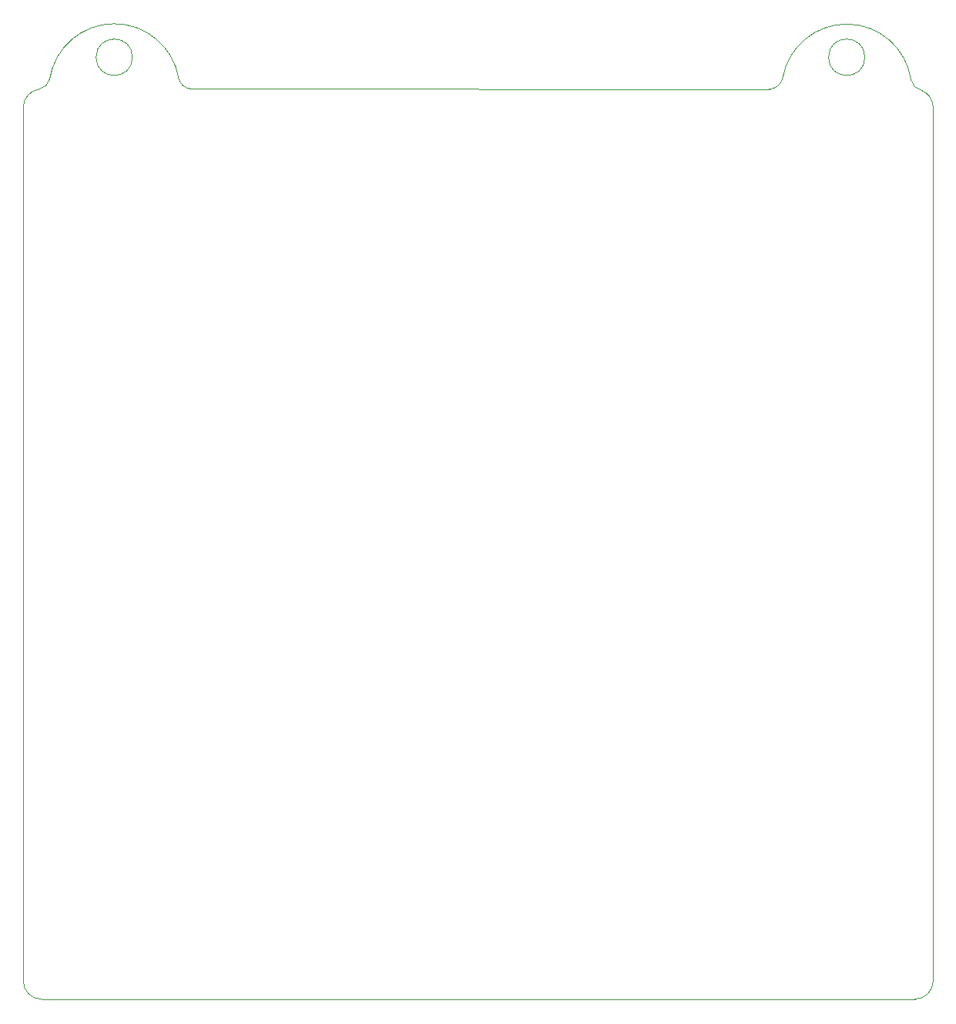
<source format=gbr>
%TF.GenerationSoftware,KiCad,Pcbnew,8.0.3*%
%TF.CreationDate,2024-07-01T01:23:48-06:00*%
%TF.ProjectId,dc32,64633332-2e6b-4696-9361-645f70636258,1.0*%
%TF.SameCoordinates,PX7bb10a0PY836a940*%
%TF.FileFunction,Profile,NP*%
%FSLAX46Y46*%
G04 Gerber Fmt 4.6, Leading zero omitted, Abs format (unit mm)*
G04 Created by KiCad (PCBNEW 8.0.3) date 2024-07-01 01:23:48*
%MOMM*%
%LPD*%
G01*
G04 APERTURE LIST*
%TA.AperFunction,Profile*%
%ADD10C,0.100000*%
%TD*%
G04 APERTURE END LIST*
D10*
X2000000Y0D02*
X98000000Y0D01*
X83462966Y101221836D02*
G75*
G02*
X81988617Y100002894I-1501466J314964D01*
G01*
X-4601Y98000000D02*
G75*
G02*
X1756424Y99989748I2004601J0D01*
G01*
X81988618Y100002847D02*
X18500977Y100019353D01*
X100000000Y2000000D02*
G75*
G02*
X98000000Y0I-2000000J0D01*
G01*
X12000000Y103500000D02*
G75*
G02*
X8000000Y103500000I-2000000J0D01*
G01*
X8000000Y103500000D02*
G75*
G02*
X12000000Y103500000I2000000J0D01*
G01*
X2902397Y101109270D02*
G75*
G02*
X17084750Y101188597I7097603J-1109270D01*
G01*
X2902396Y101109270D02*
G75*
G02*
X1756413Y99989800I-1453796J341930D01*
G01*
X98719984Y99865911D02*
G75*
G02*
X100000000Y98000000I-719984J-1865911D01*
G01*
X98719984Y99865911D02*
G75*
G02*
X97574001Y100985429I307816J1461389D01*
G01*
X2000000Y0D02*
G75*
G02*
X0Y2000000I0J2000000D01*
G01*
X100000000Y2000000D02*
X100000000Y98000000D01*
X0Y98000000D02*
X0Y2000000D01*
X18500977Y100019353D02*
G75*
G02*
X17084739Y101188594I26023J1473847D01*
G01*
X92500000Y103500000D02*
G75*
G02*
X88500000Y103500000I-2000000J0D01*
G01*
X88500000Y103500000D02*
G75*
G02*
X92500000Y103500000I2000000J0D01*
G01*
X83462967Y101221836D02*
G75*
G02*
X97574012Y100985432I7037033J-1221836D01*
G01*
M02*

</source>
